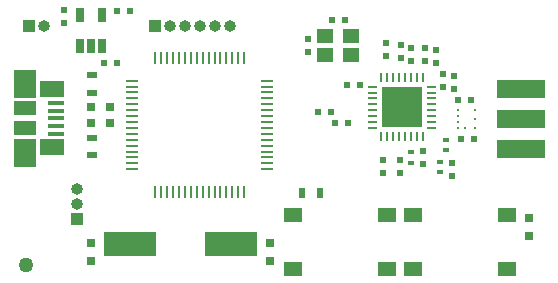
<source format=gbr>
G04 #@! TF.FileFunction,Soldermask,Top*
%FSLAX46Y46*%
G04 Gerber Fmt 4.6, Leading zero omitted, Abs format (unit mm)*
G04 Created by KiCad (PCBNEW 4.0.6) date Mon Mar 20 23:38:24 2017*
%MOMM*%
%LPD*%
G01*
G04 APERTURE LIST*
%ADD10C,0.100000*%
%ADD11R,0.900000X0.500000*%
%ADD12R,0.250000X1.000000*%
%ADD13R,1.000000X0.250000*%
%ADD14R,0.650000X1.220000*%
%ADD15R,0.500000X0.600000*%
%ADD16R,0.600000X0.500000*%
%ADD17R,0.750000X0.800000*%
%ADD18R,0.800000X0.800000*%
%ADD19R,1.380000X0.450000*%
%ADD20R,2.100000X1.475000*%
%ADD21R,1.900000X2.375000*%
%ADD22R,1.900000X1.175000*%
%ADD23R,0.600000X0.400000*%
%ADD24R,4.064000X1.524000*%
%ADD25C,0.762000*%
%ADD26R,0.500000X0.900000*%
%ADD27R,1.550000X1.300000*%
%ADD28R,0.710000X0.280000*%
%ADD29R,0.280000X0.710000*%
%ADD30C,0.280000*%
%ADD31R,1.725000X1.725000*%
%ADD32C,0.300000*%
%ADD33C,0.320000*%
%ADD34R,1.400000X1.200000*%
%ADD35R,4.500000X2.000000*%
%ADD36R,1.000000X1.000000*%
%ADD37O,1.000000X1.000000*%
%ADD38C,1.270000*%
G04 APERTURE END LIST*
D10*
D11*
X-26314400Y2959800D03*
X-26314400Y1459800D03*
D12*
X-20928260Y-6964100D03*
X-20428260Y-6964100D03*
X-19928260Y-6964100D03*
X-19428260Y-6964100D03*
X-18928260Y-6964100D03*
X-18428260Y-6964100D03*
X-17928260Y-6964100D03*
X-17428260Y-6964100D03*
X-16928260Y-6964100D03*
X-16428260Y-6964100D03*
X-15928260Y-6964100D03*
X-15428260Y-6964100D03*
X-14928260Y-6964100D03*
X-14428260Y-6964100D03*
X-13928260Y-6964100D03*
X-13428260Y-6964100D03*
D13*
X-11478260Y-5014100D03*
X-11478260Y-4514100D03*
X-11478260Y-4014100D03*
X-11478260Y-3514100D03*
X-11478260Y-3014100D03*
X-11478260Y-2514100D03*
X-11478260Y-2014100D03*
X-11478260Y-1514100D03*
X-11478260Y-1014100D03*
X-11478260Y-514100D03*
X-11478260Y-14100D03*
X-11478260Y485900D03*
X-11478260Y985900D03*
X-11478260Y1485900D03*
X-11478260Y1985900D03*
X-11478260Y2485900D03*
D12*
X-13428260Y4435900D03*
X-13928260Y4435900D03*
X-14428260Y4435900D03*
X-14928260Y4435900D03*
X-15428260Y4435900D03*
X-15928260Y4435900D03*
X-16428260Y4435900D03*
X-16928260Y4435900D03*
X-17428260Y4435900D03*
X-17928260Y4435900D03*
X-18428260Y4435900D03*
X-18928260Y4435900D03*
X-19428260Y4435900D03*
X-19928260Y4435900D03*
X-20428260Y4435900D03*
X-20928260Y4435900D03*
D13*
X-22878260Y2485900D03*
X-22878260Y1985900D03*
X-22878260Y1485900D03*
X-22878260Y985900D03*
X-22878260Y485900D03*
X-22878260Y-14100D03*
X-22878260Y-514100D03*
X-22878260Y-1014100D03*
X-22878260Y-1514100D03*
X-22878260Y-2014100D03*
X-22878260Y-2514100D03*
X-22878260Y-3014100D03*
X-22878260Y-3514100D03*
X-22878260Y-4014100D03*
X-22878260Y-4514100D03*
X-22878260Y-5014100D03*
D14*
X-27340600Y5421000D03*
X-26390600Y5421000D03*
X-25440600Y5421000D03*
X-25440600Y8041000D03*
X-27340600Y8041000D03*
D15*
X-203200Y-4199800D03*
X-203200Y-5299800D03*
X-1625600Y-4199800D03*
X-1625600Y-5299800D03*
X711200Y4174400D03*
X711200Y5274400D03*
X1727200Y-3463200D03*
X1727200Y-4563200D03*
D16*
X-25264200Y4013200D03*
X-24164200Y4013200D03*
X-24146600Y8382000D03*
X-23046600Y8382000D03*
D15*
X-28676600Y8449400D03*
X-28676600Y7349400D03*
D17*
X10668000Y-10656000D03*
X10668000Y-9156000D03*
X-26390600Y-11289600D03*
X-26390600Y-12789600D03*
X-11201400Y-11289600D03*
X-11201400Y-12789600D03*
D16*
X-3590200Y2082800D03*
X-4690200Y2082800D03*
X4953000Y-2463800D03*
X6053000Y-2463800D03*
X-6079400Y-152400D03*
X-7179400Y-152400D03*
X-4657000Y-1066800D03*
X-5757000Y-1066800D03*
D15*
X4191000Y-4495800D03*
X4191000Y-5595800D03*
D16*
X4682400Y889000D03*
X5782400Y889000D03*
D15*
X4318000Y1812200D03*
X4318000Y2912200D03*
X3429000Y3013800D03*
X3429000Y1913800D03*
X2794000Y3996600D03*
X2794000Y5096600D03*
X1930400Y4174400D03*
X1930400Y5274400D03*
X-152400Y4428400D03*
X-152400Y5528400D03*
X-1371600Y4555400D03*
X-1371600Y5655400D03*
D16*
X-4911000Y7620000D03*
X-6011000Y7620000D03*
D15*
X-8001000Y4911000D03*
X-8001000Y6011000D03*
D18*
X-24777800Y-1117600D03*
X-26377800Y-1117600D03*
X-24777800Y254000D03*
X-26377800Y254000D03*
D19*
X-29353200Y588800D03*
X-29353200Y-61200D03*
X-29353200Y-711200D03*
X-29353200Y-1361200D03*
X-29353200Y-2011200D03*
D20*
X-29713200Y1751300D03*
X-29713200Y-3173700D03*
D21*
X-32013200Y2198800D03*
X-32013200Y-3621200D03*
D22*
X-32013200Y128800D03*
X-32013200Y-1551200D03*
D23*
X3683000Y-2521800D03*
X3683000Y-3421800D03*
D24*
X10033000Y-751840D03*
X10033000Y1788160D03*
X10033000Y-3291840D03*
D25*
X11601000Y1448160D03*
X11601000Y2148160D03*
X10601000Y1448160D03*
X9601000Y1448160D03*
X9601000Y2148160D03*
X10601000Y2148160D03*
X11601000Y-2951840D03*
X10601000Y-2951840D03*
X9601000Y-2951840D03*
X9601000Y-3651840D03*
X10601000Y-3651840D03*
X11601000Y-3651840D03*
D11*
X-26314400Y-2348800D03*
X-26314400Y-3848800D03*
D26*
X-8497000Y-6985000D03*
X-6997000Y-6985000D03*
D23*
X711200Y-3588600D03*
X711200Y-4488600D03*
X3175000Y-4368800D03*
X3175000Y-5268800D03*
D27*
X846000Y-13426000D03*
X846000Y-8926000D03*
X8806000Y-8926000D03*
X8806000Y-13426000D03*
X-1354000Y-8926000D03*
X-1354000Y-13426000D03*
X-9314000Y-13426000D03*
X-9314000Y-8926000D03*
D28*
X-2595800Y1978600D03*
X-2595800Y1478600D03*
X-2595800Y978600D03*
X-2595800Y478600D03*
X-2595800Y-21400D03*
X-2595800Y-521400D03*
X-2595800Y-1021400D03*
X-2595800Y-1521400D03*
D29*
X-1800800Y-2316400D03*
X-1300800Y-2316400D03*
X-800800Y-2316400D03*
X-300800Y-2316400D03*
X199200Y-2316400D03*
X699200Y-2316400D03*
X1199200Y-2316400D03*
X1699200Y-2316400D03*
D28*
X2494200Y-1521400D03*
X2494200Y-1021400D03*
X2494200Y-521400D03*
X2494200Y-21400D03*
X2494200Y478600D03*
X2494200Y978600D03*
X2494200Y1478600D03*
X2494200Y1978600D03*
D29*
X1699200Y2773600D03*
X1199200Y2773600D03*
X699200Y2773600D03*
X199200Y2773600D03*
X-300800Y2773600D03*
X-800800Y2773600D03*
X-1300800Y2773600D03*
X-1800800Y2773600D03*
D30*
X-2240800Y1978600D03*
X-2240800Y1478600D03*
X-2240800Y978600D03*
X-2240800Y478600D03*
X-2240800Y-21400D03*
X-2240800Y-521400D03*
X-2240800Y-1021400D03*
X-2240800Y-1521400D03*
X-1800800Y-1961400D03*
X-1300800Y-1961400D03*
X-800800Y-1961400D03*
X-300800Y-1961400D03*
X199200Y-1961400D03*
X699200Y-1961400D03*
X1199200Y-1961400D03*
X1699200Y-1961400D03*
X2139200Y-1521400D03*
X2139200Y-1021400D03*
X2139200Y-521400D03*
X2139200Y-21400D03*
X2139200Y478600D03*
X2139200Y978600D03*
X2139200Y1478600D03*
X2139200Y1978600D03*
X1699200Y2418600D03*
X1199200Y2418600D03*
X699200Y2418600D03*
X199200Y2418600D03*
X-300800Y2418600D03*
X-800800Y2418600D03*
X-1300800Y2418600D03*
X-1800800Y2418600D03*
D31*
X811700Y-633900D03*
X811700Y1091100D03*
X-913300Y-633900D03*
X-913300Y1091100D03*
D32*
X-50800Y228600D03*
X949200Y228600D03*
X949200Y-771400D03*
X-50800Y-771400D03*
X-1050800Y-771400D03*
X-1050800Y1228600D03*
X-50800Y1228600D03*
X949200Y1228600D03*
X-1050800Y228600D03*
D33*
X4672800Y-1522160D03*
X5276800Y-1522160D03*
X4672800Y-1022160D03*
X6096800Y-1522160D03*
X6096800Y-772160D03*
X4672800Y-522160D03*
X6096800Y-22160D03*
X4672800Y-22160D03*
D34*
X-4361000Y6261000D03*
X-6561000Y6261000D03*
X-6561000Y4661000D03*
X-4361000Y4661000D03*
D35*
X-14546000Y-11303000D03*
X-23046000Y-11303000D03*
D36*
X-31648400Y7112000D03*
D37*
X-30378400Y7112000D03*
D36*
X-20955000Y7112000D03*
D37*
X-19685000Y7112000D03*
X-18415000Y7112000D03*
X-17145000Y7112000D03*
X-15875000Y7112000D03*
X-14605000Y7112000D03*
D36*
X-27559000Y-9220200D03*
D37*
X-27559000Y-7950200D03*
X-27559000Y-6680200D03*
D38*
X-31877000Y-13081000D03*
M02*

</source>
